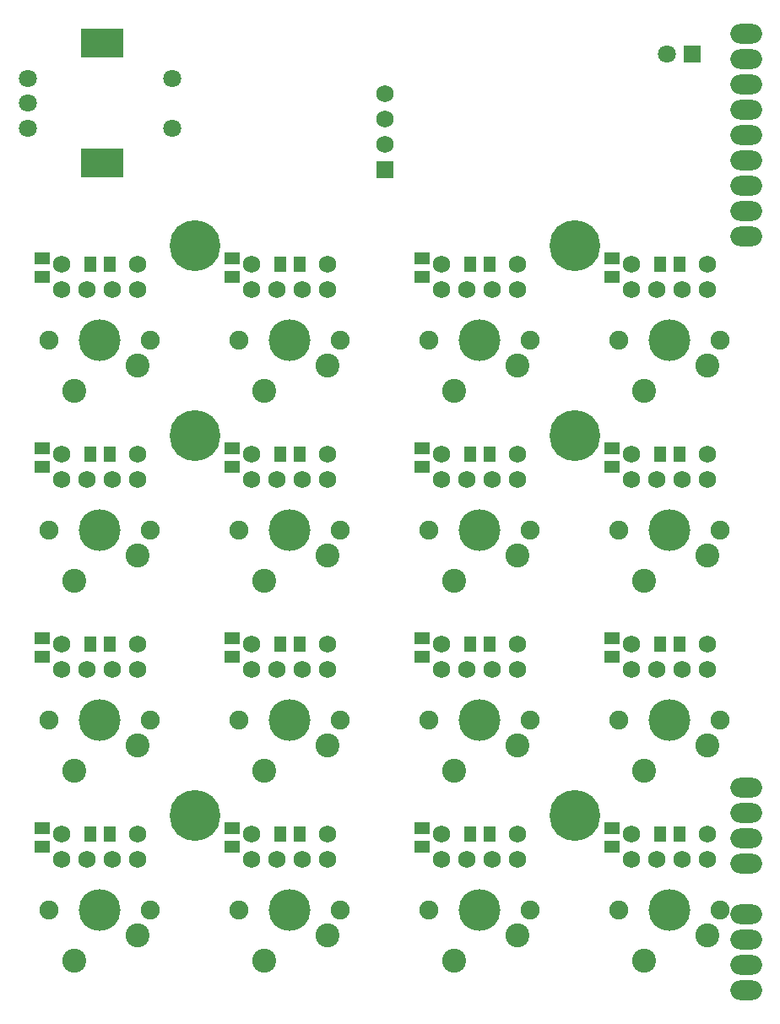
<source format=gbs>
G04*
G04 #@! TF.GenerationSoftware,Altium Limited,Altium Designer,22.5.1 (42)*
G04*
G04 Layer_Color=16711935*
%FSLAX25Y25*%
%MOIN*%
G70*
G04*
G04 #@! TF.SameCoordinates,32CAE8D4-DEE8-46DF-9E53-7CF4BD0C5003*
G04*
G04*
G04 #@! TF.FilePolarity,Negative*
G04*
G01*
G75*
%ADD14R,0.06312X0.05131*%
%ADD15R,0.05131X0.06312*%
%ADD16R,0.16548X0.11824*%
%ADD17O,0.12611X0.07690*%
%ADD18R,0.06800X0.06800*%
%ADD19C,0.06800*%
%ADD20C,0.07099*%
%ADD21R,0.07099X0.07099*%
%ADD22C,0.07500*%
%ADD23C,0.09461*%
%ADD24C,0.16500*%
%ADD25C,0.20079*%
D14*
X239566Y294981D02*
D03*
Y287501D02*
D03*
X164566Y294981D02*
D03*
Y287501D02*
D03*
X89566Y294981D02*
D03*
Y287501D02*
D03*
X14567Y294981D02*
D03*
Y287501D02*
D03*
X239566Y219981D02*
D03*
Y212501D02*
D03*
X164566Y219981D02*
D03*
Y212501D02*
D03*
X89566Y219981D02*
D03*
Y212501D02*
D03*
X14567Y219981D02*
D03*
Y212501D02*
D03*
X239566Y144980D02*
D03*
Y137500D02*
D03*
X164566Y144980D02*
D03*
Y137500D02*
D03*
X89566Y144980D02*
D03*
Y137500D02*
D03*
X14567Y144980D02*
D03*
Y137500D02*
D03*
X239566Y69980D02*
D03*
Y62500D02*
D03*
X164566Y69980D02*
D03*
Y62500D02*
D03*
X89566Y69980D02*
D03*
Y62500D02*
D03*
X14567Y69980D02*
D03*
Y62500D02*
D03*
D15*
X258757Y292501D02*
D03*
X266237D02*
D03*
X183757D02*
D03*
X191237D02*
D03*
X108757D02*
D03*
X116237D02*
D03*
X33758D02*
D03*
X41238D02*
D03*
X258757Y217501D02*
D03*
X266237D02*
D03*
X183757D02*
D03*
X191237D02*
D03*
X108757D02*
D03*
X116237D02*
D03*
X33758D02*
D03*
X41238D02*
D03*
X258757Y142500D02*
D03*
X266237D02*
D03*
X183757D02*
D03*
X191237D02*
D03*
X108757D02*
D03*
X116237D02*
D03*
X33758D02*
D03*
X41238D02*
D03*
X258757Y67500D02*
D03*
X266237D02*
D03*
X183757D02*
D03*
X191237D02*
D03*
X108757D02*
D03*
X116237D02*
D03*
X33758D02*
D03*
X41238D02*
D03*
D16*
X38482Y379873D02*
D03*
X38482Y332629D02*
D03*
D17*
X292618Y6102D02*
D03*
Y16102D02*
D03*
Y26102D02*
D03*
Y36102D02*
D03*
Y56102D02*
D03*
Y66102D02*
D03*
Y76102D02*
D03*
Y86102D02*
D03*
Y373661D02*
D03*
Y303661D02*
D03*
Y313661D02*
D03*
Y353661D02*
D03*
Y363661D02*
D03*
Y323661D02*
D03*
Y343661D02*
D03*
Y333661D02*
D03*
Y383661D02*
D03*
D18*
X149997Y329882D02*
D03*
D19*
Y339882D02*
D03*
Y349882D02*
D03*
Y359882D02*
D03*
X267497Y282501D02*
D03*
X257497D02*
D03*
X247497D02*
D03*
X277497D02*
D03*
Y292501D02*
D03*
X247497D02*
D03*
X192497Y282501D02*
D03*
X182497D02*
D03*
X172497D02*
D03*
X202497D02*
D03*
Y292501D02*
D03*
X172497D02*
D03*
X117497Y282501D02*
D03*
X107497D02*
D03*
X97497D02*
D03*
X127497D02*
D03*
Y292501D02*
D03*
X97497D02*
D03*
X42498Y282501D02*
D03*
X32498D02*
D03*
X22498D02*
D03*
X52498D02*
D03*
Y292501D02*
D03*
X22498D02*
D03*
X267497Y207501D02*
D03*
X257497D02*
D03*
X247497D02*
D03*
X277497D02*
D03*
Y217501D02*
D03*
X247497D02*
D03*
X192497Y207501D02*
D03*
X182497D02*
D03*
X172497D02*
D03*
X202497D02*
D03*
Y217501D02*
D03*
X172497D02*
D03*
X117497Y207501D02*
D03*
X107497D02*
D03*
X97497D02*
D03*
X127497D02*
D03*
Y217501D02*
D03*
X97497D02*
D03*
X42498Y207501D02*
D03*
X32498D02*
D03*
X22498D02*
D03*
X52498D02*
D03*
Y217501D02*
D03*
X22498D02*
D03*
X267497Y132500D02*
D03*
X257497D02*
D03*
X247497D02*
D03*
X277497D02*
D03*
Y142500D02*
D03*
X247497D02*
D03*
X192497Y132500D02*
D03*
X182497D02*
D03*
X172497D02*
D03*
X202497D02*
D03*
Y142500D02*
D03*
X172497D02*
D03*
X117497Y132500D02*
D03*
X107497D02*
D03*
X97497D02*
D03*
X127497D02*
D03*
Y142500D02*
D03*
X97497D02*
D03*
X42498Y132500D02*
D03*
X32498D02*
D03*
X22498D02*
D03*
X52498D02*
D03*
Y142500D02*
D03*
X22498D02*
D03*
X267497Y57500D02*
D03*
X257497D02*
D03*
X247497D02*
D03*
X277497D02*
D03*
Y67500D02*
D03*
X247497D02*
D03*
X192497Y57500D02*
D03*
X182497D02*
D03*
X172497D02*
D03*
X202497D02*
D03*
Y67500D02*
D03*
X172497D02*
D03*
X117497Y57500D02*
D03*
X107497D02*
D03*
X97497D02*
D03*
X127497D02*
D03*
Y67500D02*
D03*
X97497D02*
D03*
X42498Y57500D02*
D03*
X32498D02*
D03*
X22498D02*
D03*
X52498D02*
D03*
Y67500D02*
D03*
X22498D02*
D03*
D20*
X261339Y375590D02*
D03*
X66041Y346408D02*
D03*
Y366093D02*
D03*
X8955Y346408D02*
D03*
Y356251D02*
D03*
Y366093D02*
D03*
D21*
X271339Y375590D02*
D03*
D22*
X242497Y262501D02*
D03*
X282497D02*
D03*
X167497D02*
D03*
X207497D02*
D03*
X92497D02*
D03*
X132497D02*
D03*
X17498D02*
D03*
X57498D02*
D03*
X242497Y187501D02*
D03*
X282497D02*
D03*
X167497D02*
D03*
X207497D02*
D03*
X92497D02*
D03*
X132497D02*
D03*
X17498D02*
D03*
X57498D02*
D03*
X242497Y112500D02*
D03*
X282497D02*
D03*
X167497D02*
D03*
X207497D02*
D03*
X92497D02*
D03*
X132497D02*
D03*
X17498D02*
D03*
X57498D02*
D03*
X242497Y37500D02*
D03*
X282497D02*
D03*
X167497D02*
D03*
X207497D02*
D03*
X92497D02*
D03*
X132497D02*
D03*
X17498D02*
D03*
X57498D02*
D03*
D23*
X252497Y242501D02*
D03*
X277497Y252501D02*
D03*
X177497Y242501D02*
D03*
X202497Y252501D02*
D03*
X102497Y242501D02*
D03*
X127497Y252501D02*
D03*
X27498Y242501D02*
D03*
X52498Y252501D02*
D03*
X252497Y167501D02*
D03*
X277497Y177501D02*
D03*
X177497Y167501D02*
D03*
X202497Y177501D02*
D03*
X102497Y167501D02*
D03*
X127497Y177501D02*
D03*
X27498Y167501D02*
D03*
X52498Y177501D02*
D03*
X252497Y92500D02*
D03*
X277497Y102500D02*
D03*
X177497Y92500D02*
D03*
X202497Y102500D02*
D03*
X102497Y92500D02*
D03*
X127497Y102500D02*
D03*
X27498Y92500D02*
D03*
X52498Y102500D02*
D03*
X252497Y17500D02*
D03*
X277497Y27500D02*
D03*
X177497Y17500D02*
D03*
X202497Y27500D02*
D03*
X102497Y17500D02*
D03*
X127497Y27500D02*
D03*
X27498Y17500D02*
D03*
X52498Y27500D02*
D03*
D24*
X262497Y262501D02*
D03*
X187497D02*
D03*
X112497D02*
D03*
X37498D02*
D03*
X262497Y187501D02*
D03*
X187497D02*
D03*
X112497D02*
D03*
X37498D02*
D03*
X262497Y112500D02*
D03*
X187497D02*
D03*
X112497D02*
D03*
X37498D02*
D03*
X262497Y37500D02*
D03*
X187497D02*
D03*
X112497D02*
D03*
X37498D02*
D03*
D25*
X224997Y300001D02*
D03*
X74997D02*
D03*
X224997Y225001D02*
D03*
X74997D02*
D03*
X224997Y75000D02*
D03*
X74997D02*
D03*
M02*

</source>
